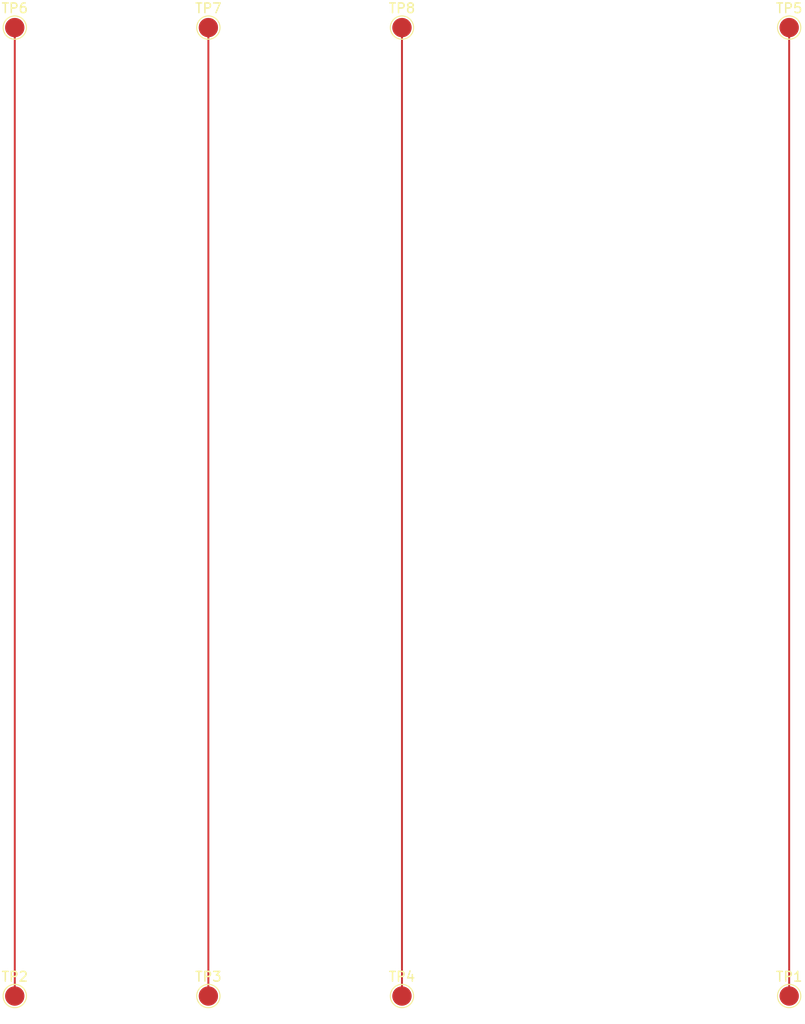
<source format=kicad_pcb>
(kicad_pcb (version 20240108) (generator "pcbnew") (generator_version "8.0")
  (layers (0 "F.Cu" signal) (31 "B.Cu" signal) (34 "B.Paste" user) (35 "F.Paste" user) (36 "B.SilkS" user "B.Silkscreen") (37 "F.SilkS" user "F.Silkscreen") (38 "B.Mask" user) (39 "F.Mask" user) (44 "Edge.Cuts" user))
  (net 0 "")
  (net 1 "Net-(TP1-Pad1)")
  (net 2 "Net-(TP2-Pad1)")
  (net 3 "Net-(TP3-Pad1)")
  (net 4 "Net-(TP4-Pad1)")
  (footprint "TestPoint:TestPoint_Pad_D2.0mm" (layer "F.Cu") (at 140 150)
    (property "Reference" "TP4" (at 0 -1.998 0) (layer "F.SilkS"))
    (property "Value" "+3")
    (fp_circle (center 0 0) (end 0 1.2) (stroke (width 0.12)) (fill none) (layer "F.SilkS"))
    (pad "1" smd circle (at 0 0) (size 2 2) (layers "F.Cu" "F.Mask") (net 4 "Net-(TP4-Pad1)"))
  )
  (footprint "TestPoint:TestPoint_Pad_D2.0mm" (layer "F.Cu") (at 180 150)
    (property "Reference" "TP1" (at 0 -1.998 0) (layer "F.SilkS"))
    (property "Value" "-")
    (fp_circle (center 0 0) (end 0 1.2) (stroke (width 0.12)) (fill none) (layer "F.SilkS"))
    (pad "1" smd circle (at 0 0) (size 2 2) (layers "F.Cu" "F.Mask") (net 1 "Net-(TP1-Pad1)"))
  )
  (footprint "TestPoint:TestPoint_Pad_D2.0mm" (layer "F.Cu") (at 180 50)
    (property "Reference" "TP5" (at 0 -1.998 0) (layer "F.SilkS"))
    (property "Value" "GND")
    (fp_circle (center 0 0) (end 0 1.2) (stroke (width 0.12)) (fill none) (layer "F.SilkS"))
    (pad "1" smd circle (at 0 0) (size 2 2) (layers "F.Cu" "F.Mask") (net 1 "Net-(TP1-Pad1)"))
  )
  (footprint "TestPoint:TestPoint_Pad_D2.0mm" (layer "F.Cu") (at 100 50)
    (property "Reference" "TP6" (at 0 -1.998 0) (layer "F.SilkS"))
    (property "Value" "V1")
    (fp_circle (center 0 0) (end 0 1.2) (stroke (width 0.12)) (fill none) (layer "F.SilkS"))
    (pad "1" smd circle (at 0 0) (size 2 2) (layers "F.Cu" "F.Mask") (net 2 "Net-(TP2-Pad1)"))
  )
  (footprint "TestPoint:TestPoint_Pad_D2.0mm" (layer "F.Cu") (at 140 50)
    (property "Reference" "TP8" (at 0 -1.998 0) (layer "F.SilkS"))
    (property "Value" "V3")
    (fp_circle (center 0 0) (end 0 1.2) (stroke (width 0.12)) (fill none) (layer "F.SilkS"))
    (pad "1" smd circle (at 0 0) (size 2 2) (layers "F.Cu" "F.Mask") (net 4 "Net-(TP4-Pad1)"))
  )
  (footprint "TestPoint:TestPoint_Pad_D2.0mm" (layer "F.Cu") (at 100 150)
    (property "Reference" "TP2" (at 0 -1.998 0) (layer "F.SilkS"))
    (property "Value" "+1")
    (fp_circle (center 0 0) (end 0 1.2) (stroke (width 0.12)) (fill none) (layer "F.SilkS"))
    (pad "1" smd circle (at 0 0) (size 2 2) (layers "F.Cu" "F.Mask") (net 2 "Net-(TP2-Pad1)"))
  )
  (footprint "TestPoint:TestPoint_Pad_D2.0mm" (layer "F.Cu") (at 120 50)
    (property "Reference" "TP7" (at 0 -1.998 0) (layer "F.SilkS"))
    (property "Value" "V2")
    (fp_circle (center 0 0) (end 0 1.2) (stroke (width 0.12)) (fill none) (layer "F.SilkS"))
    (pad "1" smd circle (at 0 0) (size 2 2) (layers "F.Cu" "F.Mask") (net 3 "Net-(TP3-Pad1)"))
  )
  (footprint "TestPoint:TestPoint_Pad_D2.0mm" (layer "F.Cu") (at 120 150)
    (property "Reference" "TP3" (at 0 -1.998 0) (layer "F.SilkS"))
    (property "Value" "+2")
    (fp_circle (center 0 0) (end 0 1.2) (stroke (width 0.12)) (fill none) (layer "F.SilkS"))
    (pad "1" smd circle (at 0 0) (size 2 2) (layers "F.Cu" "F.Mask") (net 3 "Net-(TP3-Pad1)"))
  )
  (segment (start 180 150) (end 180 50) (width 0.2) (layer "F.Cu") (net 1))
  (segment (start 100 150) (end 100 50) (width 0.2) (layer "F.Cu") (net 2))
  (segment (start 120 50) (end 120 150) (width 0.2) (layer "F.Cu") (net 3))
  (segment (start 140 150) (end 140 50) (width 0.2) (layer "F.Cu") (net 4))
)
</source>
